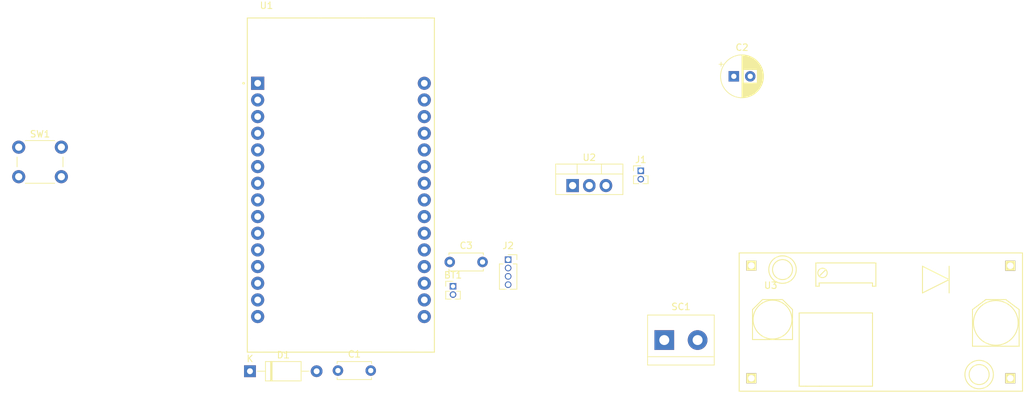
<source format=kicad_pcb>
(kicad_pcb (version 20171130) (host pcbnew "(5.1.10)-1")

  (general
    (thickness 1.6)
    (drawings 0)
    (tracks 0)
    (zones 0)
    (modules 12)
    (nets 34)
  )

  (page A4)
  (layers
    (0 F.Cu signal)
    (31 B.Cu signal)
    (32 B.Adhes user)
    (33 F.Adhes user)
    (34 B.Paste user)
    (35 F.Paste user)
    (36 B.SilkS user)
    (37 F.SilkS user)
    (38 B.Mask user)
    (39 F.Mask user)
    (40 Dwgs.User user)
    (41 Cmts.User user)
    (42 Eco1.User user)
    (43 Eco2.User user)
    (44 Edge.Cuts user)
    (45 Margin user)
    (46 B.CrtYd user)
    (47 F.CrtYd user)
    (48 B.Fab user)
    (49 F.Fab user)
  )

  (setup
    (last_trace_width 0.25)
    (trace_clearance 0.2)
    (zone_clearance 0.508)
    (zone_45_only no)
    (trace_min 0.2)
    (via_size 0.8)
    (via_drill 0.4)
    (via_min_size 0.4)
    (via_min_drill 0.3)
    (uvia_size 0.3)
    (uvia_drill 0.1)
    (uvias_allowed no)
    (uvia_min_size 0.2)
    (uvia_min_drill 0.1)
    (edge_width 0.05)
    (segment_width 0.2)
    (pcb_text_width 0.3)
    (pcb_text_size 1.5 1.5)
    (mod_edge_width 0.12)
    (mod_text_size 1 1)
    (mod_text_width 0.15)
    (pad_size 1.524 1.524)
    (pad_drill 0.762)
    (pad_to_mask_clearance 0)
    (aux_axis_origin 0 0)
    (visible_elements 7FFFFFFF)
    (pcbplotparams
      (layerselection 0x010fc_ffffffff)
      (usegerberextensions false)
      (usegerberattributes true)
      (usegerberadvancedattributes true)
      (creategerberjobfile true)
      (excludeedgelayer true)
      (linewidth 0.100000)
      (plotframeref false)
      (viasonmask false)
      (mode 1)
      (useauxorigin false)
      (hpglpennumber 1)
      (hpglpenspeed 20)
      (hpglpendiameter 15.000000)
      (psnegative false)
      (psa4output false)
      (plotreference true)
      (plotvalue true)
      (plotinvisibletext false)
      (padsonsilk false)
      (subtractmaskfromsilk false)
      (outputformat 1)
      (mirror false)
      (drillshape 1)
      (scaleselection 1)
      (outputdirectory ""))
  )

  (net 0 "")
  (net 1 GND)
  (net 2 +VDC)
  (net 3 +5V)
  (net 4 "Net-(D1-Pad2)")
  (net 5 "Net-(J1-Pad1)")
  (net 6 "Net-(J2-Pad3)")
  (net 7 "Net-(J2-Pad2)")
  (net 8 "Net-(SC1-Pad2)")
  (net 9 "Net-(SC1-Pad1)")
  (net 10 "Net-(SW1-Pad1)")
  (net 11 "Net-(U1-Pad16)")
  (net 12 "Net-(U1-Pad17)")
  (net 13 "Net-(U1-Pad18)")
  (net 14 "Net-(U1-Pad19)")
  (net 15 "Net-(U1-Pad20)")
  (net 16 "Net-(U1-Pad21)")
  (net 17 "Net-(U1-Pad22)")
  (net 18 "Net-(U1-Pad23)")
  (net 19 "Net-(U1-Pad24)")
  (net 20 "Net-(U1-Pad25)")
  (net 21 "Net-(U1-Pad26)")
  (net 22 "Net-(U1-Pad27)")
  (net 23 "Net-(U1-Pad28)")
  (net 24 "Net-(U1-Pad15)")
  (net 25 "Net-(U1-Pad14)")
  (net 26 "Net-(U1-Pad13)")
  (net 27 "Net-(U1-Pad12)")
  (net 28 "Net-(U1-Pad11)")
  (net 29 "Net-(U1-Pad8)")
  (net 30 "Net-(U1-Pad5)")
  (net 31 "Net-(U1-Pad4)")
  (net 32 "Net-(U1-Pad3)")
  (net 33 +3V3)

  (net_class Default "This is the default net class."
    (clearance 0.2)
    (trace_width 0.25)
    (via_dia 0.8)
    (via_drill 0.4)
    (uvia_dia 0.3)
    (uvia_drill 0.1)
    (add_net +3V3)
    (add_net +5V)
    (add_net +VDC)
    (add_net GND)
    (add_net "Net-(D1-Pad2)")
    (add_net "Net-(J1-Pad1)")
    (add_net "Net-(J2-Pad2)")
    (add_net "Net-(J2-Pad3)")
    (add_net "Net-(SC1-Pad1)")
    (add_net "Net-(SC1-Pad2)")
    (add_net "Net-(SW1-Pad1)")
    (add_net "Net-(U1-Pad11)")
    (add_net "Net-(U1-Pad12)")
    (add_net "Net-(U1-Pad13)")
    (add_net "Net-(U1-Pad14)")
    (add_net "Net-(U1-Pad15)")
    (add_net "Net-(U1-Pad16)")
    (add_net "Net-(U1-Pad17)")
    (add_net "Net-(U1-Pad18)")
    (add_net "Net-(U1-Pad19)")
    (add_net "Net-(U1-Pad20)")
    (add_net "Net-(U1-Pad21)")
    (add_net "Net-(U1-Pad22)")
    (add_net "Net-(U1-Pad23)")
    (add_net "Net-(U1-Pad24)")
    (add_net "Net-(U1-Pad25)")
    (add_net "Net-(U1-Pad26)")
    (add_net "Net-(U1-Pad27)")
    (add_net "Net-(U1-Pad28)")
    (add_net "Net-(U1-Pad3)")
    (add_net "Net-(U1-Pad4)")
    (add_net "Net-(U1-Pad5)")
    (add_net "Net-(U1-Pad8)")
  )

  (module Button_Switch_THT:SW_PUSH_6mm (layer F.Cu) (tedit 5A02FE31) (tstamp 637D7BBC)
    (at 78 100.4)
    (descr https://www.omron.com/ecb/products/pdf/en-b3f.pdf)
    (tags "tact sw push 6mm")
    (path /6374E81E)
    (fp_text reference SW1 (at 3.25 -2) (layer F.SilkS)
      (effects (font (size 1 1) (thickness 0.15)))
    )
    (fp_text value "Calibration mode" (at 3.75 6.7) (layer F.Fab)
      (effects (font (size 1 1) (thickness 0.15)))
    )
    (fp_circle (center 3.25 2.25) (end 1.25 2.5) (layer F.Fab) (width 0.1))
    (fp_line (start 6.75 3) (end 6.75 1.5) (layer F.SilkS) (width 0.12))
    (fp_line (start 5.5 -1) (end 1 -1) (layer F.SilkS) (width 0.12))
    (fp_line (start -0.25 1.5) (end -0.25 3) (layer F.SilkS) (width 0.12))
    (fp_line (start 1 5.5) (end 5.5 5.5) (layer F.SilkS) (width 0.12))
    (fp_line (start 8 -1.25) (end 8 5.75) (layer F.CrtYd) (width 0.05))
    (fp_line (start 7.75 6) (end -1.25 6) (layer F.CrtYd) (width 0.05))
    (fp_line (start -1.5 5.75) (end -1.5 -1.25) (layer F.CrtYd) (width 0.05))
    (fp_line (start -1.25 -1.5) (end 7.75 -1.5) (layer F.CrtYd) (width 0.05))
    (fp_line (start -1.5 6) (end -1.25 6) (layer F.CrtYd) (width 0.05))
    (fp_line (start -1.5 5.75) (end -1.5 6) (layer F.CrtYd) (width 0.05))
    (fp_line (start -1.5 -1.5) (end -1.25 -1.5) (layer F.CrtYd) (width 0.05))
    (fp_line (start -1.5 -1.25) (end -1.5 -1.5) (layer F.CrtYd) (width 0.05))
    (fp_line (start 8 -1.5) (end 8 -1.25) (layer F.CrtYd) (width 0.05))
    (fp_line (start 7.75 -1.5) (end 8 -1.5) (layer F.CrtYd) (width 0.05))
    (fp_line (start 8 6) (end 8 5.75) (layer F.CrtYd) (width 0.05))
    (fp_line (start 7.75 6) (end 8 6) (layer F.CrtYd) (width 0.05))
    (fp_line (start 0.25 -0.75) (end 3.25 -0.75) (layer F.Fab) (width 0.1))
    (fp_line (start 0.25 5.25) (end 0.25 -0.75) (layer F.Fab) (width 0.1))
    (fp_line (start 6.25 5.25) (end 0.25 5.25) (layer F.Fab) (width 0.1))
    (fp_line (start 6.25 -0.75) (end 6.25 5.25) (layer F.Fab) (width 0.1))
    (fp_line (start 3.25 -0.75) (end 6.25 -0.75) (layer F.Fab) (width 0.1))
    (fp_text user %R (at 3.25 2.25) (layer F.Fab)
      (effects (font (size 1 1) (thickness 0.15)))
    )
    (pad 1 thru_hole circle (at 6.5 0 90) (size 2 2) (drill 1.1) (layers *.Cu *.Mask)
      (net 10 "Net-(SW1-Pad1)"))
    (pad 2 thru_hole circle (at 6.5 4.5 90) (size 2 2) (drill 1.1) (layers *.Cu *.Mask)
      (net 1 GND))
    (pad 1 thru_hole circle (at 0 0 90) (size 2 2) (drill 1.1) (layers *.Cu *.Mask)
      (net 10 "Net-(SW1-Pad1)"))
    (pad 2 thru_hole circle (at 0 4.5 90) (size 2 2) (drill 1.1) (layers *.Cu *.Mask)
      (net 1 GND))
    (model ${KISYS3DMOD}/Button_Switch_THT.3dshapes/SW_PUSH_6mm.wrl
      (at (xyz 0 0 0))
      (scale (xyz 1 1 1))
      (rotate (xyz 0 0 0))
    )
  )

  (module XL6009:XL6009_module (layer F.Cu) (tedit 56419D18) (tstamp 637D5716)
    (at 231 137.6)
    (path /637D124A)
    (fp_text reference U3 (at -38.375 -16.125) (layer F.SilkS)
      (effects (font (size 1 1) (thickness 0.15)))
    )
    (fp_text value XL6009 (at -22.9 -7.075) (layer F.Fab)
      (effects (font (size 1 1) (thickness 0.15)))
    )
    (fp_circle (center -6.604 -2.54) (end -5.842 -0.508) (layer F.SilkS) (width 0.15))
    (fp_circle (center -6.604 -2.54) (end -6.604 -1.016) (layer F.SilkS) (width 0.15))
    (fp_circle (center -36.576 -18.542) (end -37.084 -20.574) (layer F.SilkS) (width 0.15))
    (fp_circle (center -36.576 -18.542) (end -36.576 -20.066) (layer F.SilkS) (width 0.15))
    (fp_line (start -11.176 -19.05) (end -11.176 -14.986) (layer F.SilkS) (width 0.15))
    (fp_line (start -15.24 -19.05) (end -15.24 -14.986) (layer F.SilkS) (width 0.15))
    (fp_line (start -15.24 -14.986) (end -11.176 -17.018) (layer F.SilkS) (width 0.15))
    (fp_line (start -11.176 -17.018) (end -15.24 -19.05) (layer F.SilkS) (width 0.15))
    (fp_line (start -30.988 -17.526) (end -29.972 -18.542) (layer F.SilkS) (width 0.15))
    (fp_circle (center -30.48 -18.034) (end -29.972 -18.542) (layer F.SilkS) (width 0.15))
    (fp_line (start -31.496 -19.558) (end -31.496 -16.002) (layer F.SilkS) (width 0.15))
    (fp_line (start -31.496 -16.002) (end -30.988 -16.002) (layer F.SilkS) (width 0.15))
    (fp_line (start -30.988 -16.002) (end -30.988 -16.51) (layer F.SilkS) (width 0.15))
    (fp_line (start -30.988 -16.51) (end -22.86 -16.51) (layer F.SilkS) (width 0.15))
    (fp_line (start -22.86 -16.51) (end -22.86 -16.002) (layer F.SilkS) (width 0.15))
    (fp_line (start -22.86 -16.002) (end -22.352 -16.002) (layer F.SilkS) (width 0.15))
    (fp_line (start -22.352 -16.002) (end -22.352 -19.558) (layer F.SilkS) (width 0.15))
    (fp_line (start -22.352 -19.558) (end -31.496 -19.558) (layer F.SilkS) (width 0.15))
    (fp_line (start -41.148 -7.874) (end -35.052 -7.874) (layer F.SilkS) (width 0.15))
    (fp_line (start -35.052 -7.874) (end -35.052 -12.446) (layer F.SilkS) (width 0.15))
    (fp_line (start -35.052 -12.446) (end -36.576 -13.97) (layer F.SilkS) (width 0.15))
    (fp_line (start -36.576 -13.97) (end -39.624 -13.97) (layer F.SilkS) (width 0.15))
    (fp_line (start -39.624 -13.97) (end -41.148 -12.446) (layer F.SilkS) (width 0.15))
    (fp_line (start -41.148 -12.446) (end -41.148 -7.874) (layer F.SilkS) (width 0.15))
    (fp_line (start -0.508 -12.446) (end -0.508 -6.858) (layer F.SilkS) (width 0.15))
    (fp_line (start -0.508 -6.858) (end -7.62 -6.858) (layer F.SilkS) (width 0.15))
    (fp_line (start -7.62 -6.858) (end -7.62 -12.446) (layer F.SilkS) (width 0.15))
    (fp_line (start -7.62 -12.446) (end -5.588 -13.97) (layer F.SilkS) (width 0.15))
    (fp_line (start -5.588 -13.97) (end -2.54 -13.97) (layer F.SilkS) (width 0.15))
    (fp_line (start -2.54 -13.97) (end -0.508 -12.446) (layer F.SilkS) (width 0.15))
    (fp_line (start -30.988 -0.762) (end -33.02 -0.762) (layer F.SilkS) (width 0.15))
    (fp_line (start -33.02 -0.762) (end -34.036 -0.762) (layer F.SilkS) (width 0.15))
    (fp_line (start -34.036 -0.762) (end -34.036 -11.938) (layer F.SilkS) (width 0.15))
    (fp_line (start -34.036 -11.938) (end -22.86 -11.938) (layer F.SilkS) (width 0.15))
    (fp_line (start -22.86 -11.938) (end -22.86 -10.414) (layer F.SilkS) (width 0.15))
    (fp_line (start -22.86 -10.922) (end -22.86 -0.762) (layer F.SilkS) (width 0.15))
    (fp_line (start -22.86 -0.762) (end -30.988 -0.762) (layer F.SilkS) (width 0.15))
    (fp_circle (center -38.1 -10.922) (end -35.56 -12.446) (layer F.SilkS) (width 0.15))
    (fp_circle (center -4.064 -10.414) (end -1.016 -11.938) (layer F.SilkS) (width 0.15))
    (fp_line (start 0 0) (end -43.18 0) (layer F.SilkS) (width 0.15))
    (fp_line (start -43.18 0) (end -43.18 -21.082) (layer F.SilkS) (width 0.15))
    (fp_line (start 0 0) (end 0 -21.082) (layer F.SilkS) (width 0.15))
    (fp_line (start -43.18 -21.082) (end 0 -21.082) (layer F.SilkS) (width 0.15))
    (pad 4 thru_hole rect (at -1.8542 -19.1262) (size 1.524 1.524) (drill 1) (layers *.Cu *.Mask F.SilkS)
      (net 4 "Net-(D1-Pad2)"))
    (pad 3 thru_hole rect (at -1.8542 -1.9812) (size 1.524 1.524) (drill 1) (layers *.Cu *.Mask F.SilkS)
      (net 1 GND))
    (pad 2 thru_hole rect (at -41.3258 -1.9812) (size 1.524 1.524) (drill 1) (layers *.Cu *.Mask F.SilkS)
      (net 8 "Net-(SC1-Pad2)"))
    (pad 1 thru_hole rect (at -41.3258 -19.1516) (size 1.524 1.524) (drill 1) (layers *.Cu *.Mask F.SilkS)
      (net 9 "Net-(SC1-Pad1)"))
  )

  (module Package_TO_SOT_THT:TO-220-3_Vertical (layer F.Cu) (tedit 5AC8BA0D) (tstamp 637D56E3)
    (at 162.43 106.25)
    (descr "TO-220-3, Vertical, RM 2.54mm, see https://www.vishay.com/docs/66542/to-220-1.pdf")
    (tags "TO-220-3 Vertical RM 2.54mm")
    (path /637BAE9D)
    (fp_text reference U2 (at 2.54 -4.27) (layer F.SilkS)
      (effects (font (size 1 1) (thickness 0.15)))
    )
    (fp_text value LM7805_TO220 (at 2.54 2.5) (layer F.Fab)
      (effects (font (size 1 1) (thickness 0.15)))
    )
    (fp_line (start -2.46 -3.15) (end -2.46 1.25) (layer F.Fab) (width 0.1))
    (fp_line (start -2.46 1.25) (end 7.54 1.25) (layer F.Fab) (width 0.1))
    (fp_line (start 7.54 1.25) (end 7.54 -3.15) (layer F.Fab) (width 0.1))
    (fp_line (start 7.54 -3.15) (end -2.46 -3.15) (layer F.Fab) (width 0.1))
    (fp_line (start -2.46 -1.88) (end 7.54 -1.88) (layer F.Fab) (width 0.1))
    (fp_line (start 0.69 -3.15) (end 0.69 -1.88) (layer F.Fab) (width 0.1))
    (fp_line (start 4.39 -3.15) (end 4.39 -1.88) (layer F.Fab) (width 0.1))
    (fp_line (start -2.58 -3.27) (end 7.66 -3.27) (layer F.SilkS) (width 0.12))
    (fp_line (start -2.58 1.371) (end 7.66 1.371) (layer F.SilkS) (width 0.12))
    (fp_line (start -2.58 -3.27) (end -2.58 1.371) (layer F.SilkS) (width 0.12))
    (fp_line (start 7.66 -3.27) (end 7.66 1.371) (layer F.SilkS) (width 0.12))
    (fp_line (start -2.58 -1.76) (end 7.66 -1.76) (layer F.SilkS) (width 0.12))
    (fp_line (start 0.69 -3.27) (end 0.69 -1.76) (layer F.SilkS) (width 0.12))
    (fp_line (start 4.391 -3.27) (end 4.391 -1.76) (layer F.SilkS) (width 0.12))
    (fp_line (start -2.71 -3.4) (end -2.71 1.51) (layer F.CrtYd) (width 0.05))
    (fp_line (start -2.71 1.51) (end 7.79 1.51) (layer F.CrtYd) (width 0.05))
    (fp_line (start 7.79 1.51) (end 7.79 -3.4) (layer F.CrtYd) (width 0.05))
    (fp_line (start 7.79 -3.4) (end -2.71 -3.4) (layer F.CrtYd) (width 0.05))
    (fp_text user %R (at 2.54 -4.27) (layer F.Fab)
      (effects (font (size 1 1) (thickness 0.15)))
    )
    (pad 3 thru_hole oval (at 5.08 0) (size 1.905 2) (drill 1.1) (layers *.Cu *.Mask)
      (net 3 +5V))
    (pad 2 thru_hole oval (at 2.54 0) (size 1.905 2) (drill 1.1) (layers *.Cu *.Mask)
      (net 1 GND))
    (pad 1 thru_hole rect (at 0 0) (size 1.905 2) (drill 1.1) (layers *.Cu *.Mask)
      (net 2 +VDC))
    (model ${KISYS3DMOD}/Package_TO_SOT_THT.3dshapes/TO-220-3_Vertical.wrl
      (at (xyz 0 0 0))
      (scale (xyz 1 1 1))
      (rotate (xyz 0 0 0))
    )
  )

  (module MODULE_ESP32_DEVKIT_V1:MODULE_ESP32_DEVKIT_V1 (layer F.Cu) (tedit 62A4B656) (tstamp 637D56C9)
    (at 127.125 106.175)
    (path /63748FCE)
    (fp_text reference U1 (at -11.355 -27.36) (layer F.SilkS)
      (effects (font (size 1 1) (thickness 0.15)))
    )
    (fp_text value ESP32-DEVKIT-V1 (at -0.56 27.36) (layer F.Fab)
      (effects (font (size 1 1) (thickness 0.15)))
    )
    (fp_line (start -14.28 -25.475) (end -3.211 -25.475) (layer F.Fab) (width 0.127))
    (fp_line (start -3.211 -25.475) (end 3.5 -25.475) (layer F.Fab) (width 0.127))
    (fp_line (start 3.5 -25.475) (end 14.23 -25.475) (layer F.Fab) (width 0.127))
    (fp_line (start 14.23 -25.475) (end 14.23 25.475) (layer F.SilkS) (width 0.127))
    (fp_line (start 14.23 25.475) (end -14.28 25.475) (layer F.SilkS) (width 0.127))
    (fp_line (start -14.28 25.475) (end -14.28 -25.475) (layer F.Fab) (width 0.127))
    (fp_line (start -14.28 -25.475) (end 14.23 -25.475) (layer F.SilkS) (width 0.127))
    (fp_line (start -14.28 25.475) (end -14.28 -25.475) (layer F.SilkS) (width 0.127))
    (fp_circle (center -14.85 -15.515) (end -14.75 -15.515) (layer F.SilkS) (width 0.2))
    (fp_circle (center -14.85 -15.515) (end -14.75 -15.515) (layer F.Fab) (width 0.2))
    (fp_line (start 14.23 -25.475) (end 14.23 25.475) (layer F.Fab) (width 0.127))
    (fp_line (start -14.28 25.475) (end -8.91 25.475) (layer F.Fab) (width 0.127))
    (fp_line (start -8.91 25.475) (end 8.78 25.475) (layer F.Fab) (width 0.127))
    (fp_line (start 8.78 25.475) (end 14.23 25.475) (layer F.Fab) (width 0.127))
    (fp_line (start -8.91 25.475) (end -8.91 18.985) (layer F.Fab) (width 0.127))
    (fp_line (start -8.91 18.985) (end -8.91 6.355) (layer F.Fab) (width 0.127))
    (fp_line (start -8.91 6.355) (end 8.78 6.355) (layer F.Fab) (width 0.127))
    (fp_line (start 8.78 6.355) (end 8.78 18.985) (layer F.Fab) (width 0.127))
    (fp_line (start 8.78 18.985) (end 8.78 25.475) (layer F.Fab) (width 0.127))
    (fp_line (start -8.91 18.985) (end 8.78 18.985) (layer F.Fab) (width 0.127))
    (fp_line (start 3.5 -25.475) (end 3.5 -21.585) (layer F.Fab) (width 0.127))
    (fp_line (start 3.5 -21.585) (end -3.211 -21.585) (layer F.Fab) (width 0.127))
    (fp_line (start -3.211 -21.585) (end -3.211 -25.475) (layer F.Fab) (width 0.127))
    (fp_poly (pts (xy -8.91 18.985) (xy 8.78 18.985) (xy 8.78 25.475) (xy -8.91 25.475)) (layer Dwgs.User) (width 0.01))
    (fp_poly (pts (xy -8.91 18.985) (xy 8.78 18.985) (xy 8.78 25.475) (xy -8.91 25.475)) (layer Dwgs.User) (width 0.01))
    (fp_poly (pts (xy -8.91 18.985) (xy 8.78 18.985) (xy 8.78 25.475) (xy -8.91 25.475)) (layer Dwgs.User) (width 0.01))
    (fp_line (start -14.28 -25.475) (end -3.211 -25.475) (layer F.SilkS) (width 0.127))
    (fp_line (start -3.211 -25.475) (end 3.5 -25.475) (layer F.SilkS) (width 0.127))
    (fp_line (start 3.5 -25.475) (end 14.23 -25.475) (layer F.SilkS) (width 0.127))
    (fp_line (start -14.28 25.475) (end -14.28 -25.475) (layer F.SilkS) (width 0.127))
    (fp_line (start 14.23 -25.475) (end 14.23 25.475) (layer F.SilkS) (width 0.127))
    (fp_line (start -14.28 25.475) (end -8.91 25.475) (layer F.SilkS) (width 0.127))
    (fp_line (start -8.91 25.475) (end 8.78 25.475) (layer F.SilkS) (width 0.127))
    (fp_line (start 8.78 25.475) (end 14.23 25.475) (layer F.SilkS) (width 0.127))
    (fp_line (start -14.53 -25.725) (end -14.53 25.725) (layer F.CrtYd) (width 0.05))
    (fp_line (start -14.53 25.725) (end 14.48 25.725) (layer F.CrtYd) (width 0.05))
    (fp_line (start 14.48 25.725) (end 14.48 -25.725) (layer F.CrtYd) (width 0.05))
    (fp_line (start 14.48 -25.725) (end -14.53 -25.725) (layer F.CrtYd) (width 0.05))
    (pad None np_thru_hole circle (at -12.28 -23.475) (size 3 3) (drill 3) (layers *.Cu *.Mask))
    (pad None np_thru_hole circle (at 12.23 -23.475) (size 3 3) (drill 3) (layers *.Cu *.Mask))
    (pad None np_thru_hole circle (at 12.23 23.475) (size 3 3) (drill 3) (layers *.Cu *.Mask))
    (pad None np_thru_hole circle (at -12.28 23.475) (size 3 3) (drill 3) (layers *.Cu *.Mask))
    (pad 16 thru_hole circle (at 12.7 20.045) (size 2 2) (drill 1.02) (layers *.Cu *.Mask)
      (net 11 "Net-(U1-Pad16)"))
    (pad 17 thru_hole circle (at 12.7 17.505) (size 2 2) (drill 1.02) (layers *.Cu *.Mask)
      (net 12 "Net-(U1-Pad17)"))
    (pad 18 thru_hole circle (at 12.7 14.965) (size 2 2) (drill 1.02) (layers *.Cu *.Mask)
      (net 13 "Net-(U1-Pad18)"))
    (pad 19 thru_hole circle (at 12.7 12.425) (size 2 2) (drill 1.02) (layers *.Cu *.Mask)
      (net 14 "Net-(U1-Pad19)"))
    (pad 20 thru_hole circle (at 12.7 9.885) (size 2 2) (drill 1.02) (layers *.Cu *.Mask)
      (net 15 "Net-(U1-Pad20)"))
    (pad 21 thru_hole circle (at 12.7 7.345) (size 2 2) (drill 1.02) (layers *.Cu *.Mask)
      (net 16 "Net-(U1-Pad21)"))
    (pad 22 thru_hole circle (at 12.7 4.805) (size 2 2) (drill 1.02) (layers *.Cu *.Mask)
      (net 17 "Net-(U1-Pad22)"))
    (pad 23 thru_hole circle (at 12.7 2.265) (size 2 2) (drill 1.02) (layers *.Cu *.Mask)
      (net 18 "Net-(U1-Pad23)"))
    (pad 24 thru_hole circle (at 12.7 -0.275) (size 2 2) (drill 1.02) (layers *.Cu *.Mask)
      (net 19 "Net-(U1-Pad24)"))
    (pad 25 thru_hole circle (at 12.7 -2.815) (size 2 2) (drill 1.02) (layers *.Cu *.Mask)
      (net 20 "Net-(U1-Pad25)"))
    (pad 26 thru_hole circle (at 12.7 -5.355) (size 2 2) (drill 1.02) (layers *.Cu *.Mask)
      (net 21 "Net-(U1-Pad26)"))
    (pad 27 thru_hole circle (at 12.7 -7.895) (size 2 2) (drill 1.02) (layers *.Cu *.Mask)
      (net 22 "Net-(U1-Pad27)"))
    (pad 28 thru_hole circle (at 12.7 -10.435) (size 2 2) (drill 1.02) (layers *.Cu *.Mask)
      (net 23 "Net-(U1-Pad28)"))
    (pad 29 thru_hole circle (at 12.7 -12.975) (size 2 2) (drill 1.02) (layers *.Cu *.Mask)
      (net 1 GND))
    (pad 30 thru_hole circle (at 12.7 -15.515) (size 2 2) (drill 1.02) (layers *.Cu *.Mask)
      (net 3 +5V))
    (pad 15 thru_hole circle (at -12.7 20.045) (size 2 2) (drill 1.02) (layers *.Cu *.Mask)
      (net 24 "Net-(U1-Pad15)"))
    (pad 14 thru_hole circle (at -12.7 17.505) (size 2 2) (drill 1.02) (layers *.Cu *.Mask)
      (net 25 "Net-(U1-Pad14)"))
    (pad 13 thru_hole circle (at -12.7 14.965) (size 2 2) (drill 1.02) (layers *.Cu *.Mask)
      (net 26 "Net-(U1-Pad13)"))
    (pad 12 thru_hole circle (at -12.7 12.425) (size 2 2) (drill 1.02) (layers *.Cu *.Mask)
      (net 27 "Net-(U1-Pad12)"))
    (pad 11 thru_hole circle (at -12.7 9.885) (size 2 2) (drill 1.02) (layers *.Cu *.Mask)
      (net 28 "Net-(U1-Pad11)"))
    (pad 10 thru_hole circle (at -12.7 7.345) (size 2 2) (drill 1.02) (layers *.Cu *.Mask)
      (net 10 "Net-(SW1-Pad1)"))
    (pad 9 thru_hole circle (at -12.7 4.805) (size 2 2) (drill 1.02) (layers *.Cu *.Mask)
      (net 5 "Net-(J1-Pad1)"))
    (pad 8 thru_hole circle (at -12.7 2.265) (size 2 2) (drill 1.02) (layers *.Cu *.Mask)
      (net 29 "Net-(U1-Pad8)"))
    (pad 7 thru_hole circle (at -12.7 -0.275) (size 2 2) (drill 1.02) (layers *.Cu *.Mask)
      (net 6 "Net-(J2-Pad3)"))
    (pad 6 thru_hole circle (at -12.7 -2.815) (size 2 2) (drill 1.02) (layers *.Cu *.Mask)
      (net 7 "Net-(J2-Pad2)"))
    (pad 5 thru_hole circle (at -12.7 -5.355) (size 2 2) (drill 1.02) (layers *.Cu *.Mask)
      (net 30 "Net-(U1-Pad5)"))
    (pad 4 thru_hole circle (at -12.7 -7.895) (size 2 2) (drill 1.02) (layers *.Cu *.Mask)
      (net 31 "Net-(U1-Pad4)"))
    (pad 3 thru_hole circle (at -12.7 -10.435) (size 2 2) (drill 1.02) (layers *.Cu *.Mask)
      (net 32 "Net-(U1-Pad3)"))
    (pad 2 thru_hole circle (at -12.7 -12.975) (size 2 2) (drill 1.02) (layers *.Cu *.Mask)
      (net 1 GND))
    (pad 1 thru_hole rect (at -12.7 -15.515) (size 2 2) (drill 1.02) (layers *.Cu *.Mask)
      (net 33 +3V3))
  )

  (module TerminalBlock:TerminalBlock_bornier-2_P5.08mm (layer F.Cu) (tedit 59FF03AB) (tstamp 637D5663)
    (at 176.4 129.8)
    (descr "simple 2-pin terminal block, pitch 5.08mm, revamped version of bornier2")
    (tags "terminal block bornier2")
    (path /637D338D)
    (fp_text reference SC1 (at 2.54 -5.08) (layer F.SilkS)
      (effects (font (size 1 1) (thickness 0.15)))
    )
    (fp_text value Solar_Cells (at 2.54 5.08) (layer F.Fab)
      (effects (font (size 1 1) (thickness 0.15)))
    )
    (fp_line (start -2.41 2.55) (end 7.49 2.55) (layer F.Fab) (width 0.1))
    (fp_line (start -2.46 -3.75) (end -2.46 3.75) (layer F.Fab) (width 0.1))
    (fp_line (start -2.46 3.75) (end 7.54 3.75) (layer F.Fab) (width 0.1))
    (fp_line (start 7.54 3.75) (end 7.54 -3.75) (layer F.Fab) (width 0.1))
    (fp_line (start 7.54 -3.75) (end -2.46 -3.75) (layer F.Fab) (width 0.1))
    (fp_line (start 7.62 2.54) (end -2.54 2.54) (layer F.SilkS) (width 0.12))
    (fp_line (start 7.62 3.81) (end 7.62 -3.81) (layer F.SilkS) (width 0.12))
    (fp_line (start 7.62 -3.81) (end -2.54 -3.81) (layer F.SilkS) (width 0.12))
    (fp_line (start -2.54 -3.81) (end -2.54 3.81) (layer F.SilkS) (width 0.12))
    (fp_line (start -2.54 3.81) (end 7.62 3.81) (layer F.SilkS) (width 0.12))
    (fp_line (start -2.71 -4) (end 7.79 -4) (layer F.CrtYd) (width 0.05))
    (fp_line (start -2.71 -4) (end -2.71 4) (layer F.CrtYd) (width 0.05))
    (fp_line (start 7.79 4) (end 7.79 -4) (layer F.CrtYd) (width 0.05))
    (fp_line (start 7.79 4) (end -2.71 4) (layer F.CrtYd) (width 0.05))
    (fp_text user %R (at 2.54 0) (layer F.Fab)
      (effects (font (size 1 1) (thickness 0.15)))
    )
    (pad 2 thru_hole circle (at 5.08 0) (size 3 3) (drill 1.52) (layers *.Cu *.Mask)
      (net 8 "Net-(SC1-Pad2)"))
    (pad 1 thru_hole rect (at 0 0) (size 3 3) (drill 1.52) (layers *.Cu *.Mask)
      (net 9 "Net-(SC1-Pad1)"))
    (model ${KISYS3DMOD}/TerminalBlock.3dshapes/TerminalBlock_bornier-2_P5.08mm.wrl
      (offset (xyz 2.539999961853027 0 0))
      (scale (xyz 1 1 1))
      (rotate (xyz 0 0 0))
    )
  )

  (module Connector_PinSocket_1.27mm:PinSocket_1x04_P1.27mm_Vertical (layer F.Cu) (tedit 5A19A420) (tstamp 637D564E)
    (at 152.6 117.55)
    (descr "Through hole straight socket strip, 1x04, 1.27mm pitch, single row (from Kicad 4.0.7), script generated")
    (tags "Through hole socket strip THT 1x04 1.27mm single row")
    (path /6374B7FE)
    (fp_text reference J2 (at 0 -2.135) (layer F.SilkS)
      (effects (font (size 1 1) (thickness 0.15)))
    )
    (fp_text value "Ultrasonic sensor" (at 0 5.945) (layer F.Fab)
      (effects (font (size 1 1) (thickness 0.15)))
    )
    (fp_line (start -1.27 -0.635) (end 0.635 -0.635) (layer F.Fab) (width 0.1))
    (fp_line (start 0.635 -0.635) (end 1.27 0) (layer F.Fab) (width 0.1))
    (fp_line (start 1.27 0) (end 1.27 4.445) (layer F.Fab) (width 0.1))
    (fp_line (start 1.27 4.445) (end -1.27 4.445) (layer F.Fab) (width 0.1))
    (fp_line (start -1.27 4.445) (end -1.27 -0.635) (layer F.Fab) (width 0.1))
    (fp_line (start -1.33 0.635) (end -0.76 0.635) (layer F.SilkS) (width 0.12))
    (fp_line (start 0.76 0.635) (end 1.33 0.635) (layer F.SilkS) (width 0.12))
    (fp_line (start -1.33 0.635) (end -1.33 4.505) (layer F.SilkS) (width 0.12))
    (fp_line (start -1.33 4.505) (end -0.30753 4.505) (layer F.SilkS) (width 0.12))
    (fp_line (start 0.30753 4.505) (end 1.33 4.505) (layer F.SilkS) (width 0.12))
    (fp_line (start 1.33 0.635) (end 1.33 4.505) (layer F.SilkS) (width 0.12))
    (fp_line (start 1.33 -0.76) (end 1.33 0) (layer F.SilkS) (width 0.12))
    (fp_line (start 0 -0.76) (end 1.33 -0.76) (layer F.SilkS) (width 0.12))
    (fp_line (start -1.8 -1.15) (end 1.75 -1.15) (layer F.CrtYd) (width 0.05))
    (fp_line (start 1.75 -1.15) (end 1.75 4.95) (layer F.CrtYd) (width 0.05))
    (fp_line (start 1.75 4.95) (end -1.8 4.95) (layer F.CrtYd) (width 0.05))
    (fp_line (start -1.8 4.95) (end -1.8 -1.15) (layer F.CrtYd) (width 0.05))
    (fp_text user %R (at 0 1.905 90) (layer F.Fab)
      (effects (font (size 1 1) (thickness 0.15)))
    )
    (pad 4 thru_hole oval (at 0 3.81) (size 1 1) (drill 0.7) (layers *.Cu *.Mask)
      (net 1 GND))
    (pad 3 thru_hole oval (at 0 2.54) (size 1 1) (drill 0.7) (layers *.Cu *.Mask)
      (net 6 "Net-(J2-Pad3)"))
    (pad 2 thru_hole oval (at 0 1.27) (size 1 1) (drill 0.7) (layers *.Cu *.Mask)
      (net 7 "Net-(J2-Pad2)"))
    (pad 1 thru_hole rect (at 0 0) (size 1 1) (drill 0.7) (layers *.Cu *.Mask)
      (net 3 +5V))
    (model ${KISYS3DMOD}/Connector_PinSocket_1.27mm.3dshapes/PinSocket_1x04_P1.27mm_Vertical.wrl
      (at (xyz 0 0 0))
      (scale (xyz 1 1 1))
      (rotate (xyz 0 0 0))
    )
  )

  (module Connector_PinHeader_1.27mm:PinHeader_1x02_P1.27mm_Vertical (layer F.Cu) (tedit 59FED6E3) (tstamp 637D5634)
    (at 172.82 104)
    (descr "Through hole straight pin header, 1x02, 1.27mm pitch, single row")
    (tags "Through hole pin header THT 1x02 1.27mm single row")
    (path /63794CE5)
    (fp_text reference J1 (at 0 -1.695) (layer F.SilkS)
      (effects (font (size 1 1) (thickness 0.15)))
    )
    (fp_text value "Overflow detect" (at 0 2.965) (layer F.Fab)
      (effects (font (size 1 1) (thickness 0.15)))
    )
    (fp_line (start -0.525 -0.635) (end 1.05 -0.635) (layer F.Fab) (width 0.1))
    (fp_line (start 1.05 -0.635) (end 1.05 1.905) (layer F.Fab) (width 0.1))
    (fp_line (start 1.05 1.905) (end -1.05 1.905) (layer F.Fab) (width 0.1))
    (fp_line (start -1.05 1.905) (end -1.05 -0.11) (layer F.Fab) (width 0.1))
    (fp_line (start -1.05 -0.11) (end -0.525 -0.635) (layer F.Fab) (width 0.1))
    (fp_line (start -1.11 1.965) (end -0.30753 1.965) (layer F.SilkS) (width 0.12))
    (fp_line (start 0.30753 1.965) (end 1.11 1.965) (layer F.SilkS) (width 0.12))
    (fp_line (start -1.11 0.76) (end -1.11 1.965) (layer F.SilkS) (width 0.12))
    (fp_line (start 1.11 0.76) (end 1.11 1.965) (layer F.SilkS) (width 0.12))
    (fp_line (start -1.11 0.76) (end -0.563471 0.76) (layer F.SilkS) (width 0.12))
    (fp_line (start 0.563471 0.76) (end 1.11 0.76) (layer F.SilkS) (width 0.12))
    (fp_line (start -1.11 0) (end -1.11 -0.76) (layer F.SilkS) (width 0.12))
    (fp_line (start -1.11 -0.76) (end 0 -0.76) (layer F.SilkS) (width 0.12))
    (fp_line (start -1.55 -1.15) (end -1.55 2.45) (layer F.CrtYd) (width 0.05))
    (fp_line (start -1.55 2.45) (end 1.55 2.45) (layer F.CrtYd) (width 0.05))
    (fp_line (start 1.55 2.45) (end 1.55 -1.15) (layer F.CrtYd) (width 0.05))
    (fp_line (start 1.55 -1.15) (end -1.55 -1.15) (layer F.CrtYd) (width 0.05))
    (fp_text user %R (at 0 0.635 90) (layer F.Fab)
      (effects (font (size 1 1) (thickness 0.15)))
    )
    (pad 2 thru_hole oval (at 0 1.27) (size 1 1) (drill 0.65) (layers *.Cu *.Mask)
      (net 1 GND))
    (pad 1 thru_hole rect (at 0 0) (size 1 1) (drill 0.65) (layers *.Cu *.Mask)
      (net 5 "Net-(J1-Pad1)"))
    (model ${KISYS3DMOD}/Connector_PinHeader_1.27mm.3dshapes/PinHeader_1x02_P1.27mm_Vertical.wrl
      (at (xyz 0 0 0))
      (scale (xyz 1 1 1))
      (rotate (xyz 0 0 0))
    )
  )

  (module Diode_THT:D_A-405_P10.16mm_Horizontal (layer F.Cu) (tedit 5AE50CD5) (tstamp 637D561C)
    (at 113.25 134.55)
    (descr "Diode, A-405 series, Axial, Horizontal, pin pitch=10.16mm, , length*diameter=5.2*2.7mm^2, , http://www.diodes.com/_files/packages/A-405.pdf")
    (tags "Diode A-405 series Axial Horizontal pin pitch 10.16mm  length 5.2mm diameter 2.7mm")
    (path /637E1E33)
    (fp_text reference D1 (at 5.08 -2.47) (layer F.SilkS)
      (effects (font (size 1 1) (thickness 0.15)))
    )
    (fp_text value D_Schottky (at 5.08 2.47) (layer F.Fab)
      (effects (font (size 1 1) (thickness 0.15)))
    )
    (fp_line (start 2.48 -1.35) (end 2.48 1.35) (layer F.Fab) (width 0.1))
    (fp_line (start 2.48 1.35) (end 7.68 1.35) (layer F.Fab) (width 0.1))
    (fp_line (start 7.68 1.35) (end 7.68 -1.35) (layer F.Fab) (width 0.1))
    (fp_line (start 7.68 -1.35) (end 2.48 -1.35) (layer F.Fab) (width 0.1))
    (fp_line (start 0 0) (end 2.48 0) (layer F.Fab) (width 0.1))
    (fp_line (start 10.16 0) (end 7.68 0) (layer F.Fab) (width 0.1))
    (fp_line (start 3.26 -1.35) (end 3.26 1.35) (layer F.Fab) (width 0.1))
    (fp_line (start 3.36 -1.35) (end 3.36 1.35) (layer F.Fab) (width 0.1))
    (fp_line (start 3.16 -1.35) (end 3.16 1.35) (layer F.Fab) (width 0.1))
    (fp_line (start 2.36 -1.47) (end 2.36 1.47) (layer F.SilkS) (width 0.12))
    (fp_line (start 2.36 1.47) (end 7.8 1.47) (layer F.SilkS) (width 0.12))
    (fp_line (start 7.8 1.47) (end 7.8 -1.47) (layer F.SilkS) (width 0.12))
    (fp_line (start 7.8 -1.47) (end 2.36 -1.47) (layer F.SilkS) (width 0.12))
    (fp_line (start 1.14 0) (end 2.36 0) (layer F.SilkS) (width 0.12))
    (fp_line (start 9.02 0) (end 7.8 0) (layer F.SilkS) (width 0.12))
    (fp_line (start 3.26 -1.47) (end 3.26 1.47) (layer F.SilkS) (width 0.12))
    (fp_line (start 3.38 -1.47) (end 3.38 1.47) (layer F.SilkS) (width 0.12))
    (fp_line (start 3.14 -1.47) (end 3.14 1.47) (layer F.SilkS) (width 0.12))
    (fp_line (start -1.15 -1.6) (end -1.15 1.6) (layer F.CrtYd) (width 0.05))
    (fp_line (start -1.15 1.6) (end 11.31 1.6) (layer F.CrtYd) (width 0.05))
    (fp_line (start 11.31 1.6) (end 11.31 -1.6) (layer F.CrtYd) (width 0.05))
    (fp_line (start 11.31 -1.6) (end -1.15 -1.6) (layer F.CrtYd) (width 0.05))
    (fp_text user K (at 0 -1.9) (layer F.SilkS)
      (effects (font (size 1 1) (thickness 0.15)))
    )
    (fp_text user K (at 0 -1.9) (layer F.Fab)
      (effects (font (size 1 1) (thickness 0.15)))
    )
    (fp_text user %R (at 5.47 0) (layer F.Fab)
      (effects (font (size 1 1) (thickness 0.15)))
    )
    (pad 2 thru_hole oval (at 10.16 0) (size 1.8 1.8) (drill 0.9) (layers *.Cu *.Mask)
      (net 4 "Net-(D1-Pad2)"))
    (pad 1 thru_hole rect (at 0 0) (size 1.8 1.8) (drill 0.9) (layers *.Cu *.Mask)
      (net 2 +VDC))
    (model ${KISYS3DMOD}/Diode_THT.3dshapes/D_A-405_P10.16mm_Horizontal.wrl
      (at (xyz 0 0 0))
      (scale (xyz 1 1 1))
      (rotate (xyz 0 0 0))
    )
  )

  (module Capacitor_THT:C_Disc_D5.0mm_W2.5mm_P5.00mm (layer F.Cu) (tedit 5AE50EF0) (tstamp 637D55FD)
    (at 143.7 117.9)
    (descr "C, Disc series, Radial, pin pitch=5.00mm, , diameter*width=5*2.5mm^2, Capacitor, http://cdn-reichelt.de/documents/datenblatt/B300/DS_KERKO_TC.pdf")
    (tags "C Disc series Radial pin pitch 5.00mm  diameter 5mm width 2.5mm Capacitor")
    (path /637C3314)
    (fp_text reference C3 (at 2.5 -2.5) (layer F.SilkS)
      (effects (font (size 1 1) (thickness 0.15)))
    )
    (fp_text value 100nF (at 2.5 2.5) (layer F.Fab)
      (effects (font (size 1 1) (thickness 0.15)))
    )
    (fp_line (start 0 -1.25) (end 0 1.25) (layer F.Fab) (width 0.1))
    (fp_line (start 0 1.25) (end 5 1.25) (layer F.Fab) (width 0.1))
    (fp_line (start 5 1.25) (end 5 -1.25) (layer F.Fab) (width 0.1))
    (fp_line (start 5 -1.25) (end 0 -1.25) (layer F.Fab) (width 0.1))
    (fp_line (start -0.12 -1.37) (end 5.12 -1.37) (layer F.SilkS) (width 0.12))
    (fp_line (start -0.12 1.37) (end 5.12 1.37) (layer F.SilkS) (width 0.12))
    (fp_line (start -0.12 -1.37) (end -0.12 -1.055) (layer F.SilkS) (width 0.12))
    (fp_line (start -0.12 1.055) (end -0.12 1.37) (layer F.SilkS) (width 0.12))
    (fp_line (start 5.12 -1.37) (end 5.12 -1.055) (layer F.SilkS) (width 0.12))
    (fp_line (start 5.12 1.055) (end 5.12 1.37) (layer F.SilkS) (width 0.12))
    (fp_line (start -1.05 -1.5) (end -1.05 1.5) (layer F.CrtYd) (width 0.05))
    (fp_line (start -1.05 1.5) (end 6.05 1.5) (layer F.CrtYd) (width 0.05))
    (fp_line (start 6.05 1.5) (end 6.05 -1.5) (layer F.CrtYd) (width 0.05))
    (fp_line (start 6.05 -1.5) (end -1.05 -1.5) (layer F.CrtYd) (width 0.05))
    (fp_text user %R (at 2.5 0) (layer F.Fab)
      (effects (font (size 1 1) (thickness 0.15)))
    )
    (pad 2 thru_hole circle (at 5 0) (size 1.6 1.6) (drill 0.8) (layers *.Cu *.Mask)
      (net 1 GND))
    (pad 1 thru_hole circle (at 0 0) (size 1.6 1.6) (drill 0.8) (layers *.Cu *.Mask)
      (net 2 +VDC))
    (model ${KISYS3DMOD}/Capacitor_THT.3dshapes/C_Disc_D5.0mm_W2.5mm_P5.00mm.wrl
      (at (xyz 0 0 0))
      (scale (xyz 1 1 1))
      (rotate (xyz 0 0 0))
    )
  )

  (module Capacitor_THT:CP_Radial_D6.3mm_P2.50mm (layer F.Cu) (tedit 5AE50EF0) (tstamp 637D55E8)
    (at 187 89.6)
    (descr "CP, Radial series, Radial, pin pitch=2.50mm, , diameter=6.3mm, Electrolytic Capacitor")
    (tags "CP Radial series Radial pin pitch 2.50mm  diameter 6.3mm Electrolytic Capacitor")
    (path /637E89B9)
    (fp_text reference C2 (at 1.25 -4.4) (layer F.SilkS)
      (effects (font (size 1 1) (thickness 0.15)))
    )
    (fp_text value 100uF (at 1.25 4.4) (layer F.Fab)
      (effects (font (size 1 1) (thickness 0.15)))
    )
    (fp_circle (center 1.25 0) (end 4.4 0) (layer F.Fab) (width 0.1))
    (fp_circle (center 1.25 0) (end 4.52 0) (layer F.SilkS) (width 0.12))
    (fp_circle (center 1.25 0) (end 4.65 0) (layer F.CrtYd) (width 0.05))
    (fp_line (start -1.443972 -1.3735) (end -0.813972 -1.3735) (layer F.Fab) (width 0.1))
    (fp_line (start -1.128972 -1.6885) (end -1.128972 -1.0585) (layer F.Fab) (width 0.1))
    (fp_line (start 1.25 -3.23) (end 1.25 3.23) (layer F.SilkS) (width 0.12))
    (fp_line (start 1.29 -3.23) (end 1.29 3.23) (layer F.SilkS) (width 0.12))
    (fp_line (start 1.33 -3.23) (end 1.33 3.23) (layer F.SilkS) (width 0.12))
    (fp_line (start 1.37 -3.228) (end 1.37 3.228) (layer F.SilkS) (width 0.12))
    (fp_line (start 1.41 -3.227) (end 1.41 3.227) (layer F.SilkS) (width 0.12))
    (fp_line (start 1.45 -3.224) (end 1.45 3.224) (layer F.SilkS) (width 0.12))
    (fp_line (start 1.49 -3.222) (end 1.49 -1.04) (layer F.SilkS) (width 0.12))
    (fp_line (start 1.49 1.04) (end 1.49 3.222) (layer F.SilkS) (width 0.12))
    (fp_line (start 1.53 -3.218) (end 1.53 -1.04) (layer F.SilkS) (width 0.12))
    (fp_line (start 1.53 1.04) (end 1.53 3.218) (layer F.SilkS) (width 0.12))
    (fp_line (start 1.57 -3.215) (end 1.57 -1.04) (layer F.SilkS) (width 0.12))
    (fp_line (start 1.57 1.04) (end 1.57 3.215) (layer F.SilkS) (width 0.12))
    (fp_line (start 1.61 -3.211) (end 1.61 -1.04) (layer F.SilkS) (width 0.12))
    (fp_line (start 1.61 1.04) (end 1.61 3.211) (layer F.SilkS) (width 0.12))
    (fp_line (start 1.65 -3.206) (end 1.65 -1.04) (layer F.SilkS) (width 0.12))
    (fp_line (start 1.65 1.04) (end 1.65 3.206) (layer F.SilkS) (width 0.12))
    (fp_line (start 1.69 -3.201) (end 1.69 -1.04) (layer F.SilkS) (width 0.12))
    (fp_line (start 1.69 1.04) (end 1.69 3.201) (layer F.SilkS) (width 0.12))
    (fp_line (start 1.73 -3.195) (end 1.73 -1.04) (layer F.SilkS) (width 0.12))
    (fp_line (start 1.73 1.04) (end 1.73 3.195) (layer F.SilkS) (width 0.12))
    (fp_line (start 1.77 -3.189) (end 1.77 -1.04) (layer F.SilkS) (width 0.12))
    (fp_line (start 1.77 1.04) (end 1.77 3.189) (layer F.SilkS) (width 0.12))
    (fp_line (start 1.81 -3.182) (end 1.81 -1.04) (layer F.SilkS) (width 0.12))
    (fp_line (start 1.81 1.04) (end 1.81 3.182) (layer F.SilkS) (width 0.12))
    (fp_line (start 1.85 -3.175) (end 1.85 -1.04) (layer F.SilkS) (width 0.12))
    (fp_line (start 1.85 1.04) (end 1.85 3.175) (layer F.SilkS) (width 0.12))
    (fp_line (start 1.89 -3.167) (end 1.89 -1.04) (layer F.SilkS) (width 0.12))
    (fp_line (start 1.89 1.04) (end 1.89 3.167) (layer F.SilkS) (width 0.12))
    (fp_line (start 1.93 -3.159) (end 1.93 -1.04) (layer F.SilkS) (width 0.12))
    (fp_line (start 1.93 1.04) (end 1.93 3.159) (layer F.SilkS) (width 0.12))
    (fp_line (start 1.971 -3.15) (end 1.971 -1.04) (layer F.SilkS) (width 0.12))
    (fp_line (start 1.971 1.04) (end 1.971 3.15) (layer F.SilkS) (width 0.12))
    (fp_line (start 2.011 -3.141) (end 2.011 -1.04) (layer F.SilkS) (width 0.12))
    (fp_line (start 2.011 1.04) (end 2.011 3.141) (layer F.SilkS) (width 0.12))
    (fp_line (start 2.051 -3.131) (end 2.051 -1.04) (layer F.SilkS) (width 0.12))
    (fp_line (start 2.051 1.04) (end 2.051 3.131) (layer F.SilkS) (width 0.12))
    (fp_line (start 2.091 -3.121) (end 2.091 -1.04) (layer F.SilkS) (width 0.12))
    (fp_line (start 2.091 1.04) (end 2.091 3.121) (layer F.SilkS) (width 0.12))
    (fp_line (start 2.131 -3.11) (end 2.131 -1.04) (layer F.SilkS) (width 0.12))
    (fp_line (start 2.131 1.04) (end 2.131 3.11) (layer F.SilkS) (width 0.12))
    (fp_line (start 2.171 -3.098) (end 2.171 -1.04) (layer F.SilkS) (width 0.12))
    (fp_line (start 2.171 1.04) (end 2.171 3.098) (layer F.SilkS) (width 0.12))
    (fp_line (start 2.211 -3.086) (end 2.211 -1.04) (layer F.SilkS) (width 0.12))
    (fp_line (start 2.211 1.04) (end 2.211 3.086) (layer F.SilkS) (width 0.12))
    (fp_line (start 2.251 -3.074) (end 2.251 -1.04) (layer F.SilkS) (width 0.12))
    (fp_line (start 2.251 1.04) (end 2.251 3.074) (layer F.SilkS) (width 0.12))
    (fp_line (start 2.291 -3.061) (end 2.291 -1.04) (layer F.SilkS) (width 0.12))
    (fp_line (start 2.291 1.04) (end 2.291 3.061) (layer F.SilkS) (width 0.12))
    (fp_line (start 2.331 -3.047) (end 2.331 -1.04) (layer F.SilkS) (width 0.12))
    (fp_line (start 2.331 1.04) (end 2.331 3.047) (layer F.SilkS) (width 0.12))
    (fp_line (start 2.371 -3.033) (end 2.371 -1.04) (layer F.SilkS) (width 0.12))
    (fp_line (start 2.371 1.04) (end 2.371 3.033) (layer F.SilkS) (width 0.12))
    (fp_line (start 2.411 -3.018) (end 2.411 -1.04) (layer F.SilkS) (width 0.12))
    (fp_line (start 2.411 1.04) (end 2.411 3.018) (layer F.SilkS) (width 0.12))
    (fp_line (start 2.451 -3.002) (end 2.451 -1.04) (layer F.SilkS) (width 0.12))
    (fp_line (start 2.451 1.04) (end 2.451 3.002) (layer F.SilkS) (width 0.12))
    (fp_line (start 2.491 -2.986) (end 2.491 -1.04) (layer F.SilkS) (width 0.12))
    (fp_line (start 2.491 1.04) (end 2.491 2.986) (layer F.SilkS) (width 0.12))
    (fp_line (start 2.531 -2.97) (end 2.531 -1.04) (layer F.SilkS) (width 0.12))
    (fp_line (start 2.531 1.04) (end 2.531 2.97) (layer F.SilkS) (width 0.12))
    (fp_line (start 2.571 -2.952) (end 2.571 -1.04) (layer F.SilkS) (width 0.12))
    (fp_line (start 2.571 1.04) (end 2.571 2.952) (layer F.SilkS) (width 0.12))
    (fp_line (start 2.611 -2.934) (end 2.611 -1.04) (layer F.SilkS) (width 0.12))
    (fp_line (start 2.611 1.04) (end 2.611 2.934) (layer F.SilkS) (width 0.12))
    (fp_line (start 2.651 -2.916) (end 2.651 -1.04) (layer F.SilkS) (width 0.12))
    (fp_line (start 2.651 1.04) (end 2.651 2.916) (layer F.SilkS) (width 0.12))
    (fp_line (start 2.691 -2.896) (end 2.691 -1.04) (layer F.SilkS) (width 0.12))
    (fp_line (start 2.691 1.04) (end 2.691 2.896) (layer F.SilkS) (width 0.12))
    (fp_line (start 2.731 -2.876) (end 2.731 -1.04) (layer F.SilkS) (width 0.12))
    (fp_line (start 2.731 1.04) (end 2.731 2.876) (layer F.SilkS) (width 0.12))
    (fp_line (start 2.771 -2.856) (end 2.771 -1.04) (layer F.SilkS) (width 0.12))
    (fp_line (start 2.771 1.04) (end 2.771 2.856) (layer F.SilkS) (width 0.12))
    (fp_line (start 2.811 -2.834) (end 2.811 -1.04) (layer F.SilkS) (width 0.12))
    (fp_line (start 2.811 1.04) (end 2.811 2.834) (layer F.SilkS) (width 0.12))
    (fp_line (start 2.851 -2.812) (end 2.851 -1.04) (layer F.SilkS) (width 0.12))
    (fp_line (start 2.851 1.04) (end 2.851 2.812) (layer F.SilkS) (width 0.12))
    (fp_line (start 2.891 -2.79) (end 2.891 -1.04) (layer F.SilkS) (width 0.12))
    (fp_line (start 2.891 1.04) (end 2.891 2.79) (layer F.SilkS) (width 0.12))
    (fp_line (start 2.931 -2.766) (end 2.931 -1.04) (layer F.SilkS) (width 0.12))
    (fp_line (start 2.931 1.04) (end 2.931 2.766) (layer F.SilkS) (width 0.12))
    (fp_line (start 2.971 -2.742) (end 2.971 -1.04) (layer F.SilkS) (width 0.12))
    (fp_line (start 2.971 1.04) (end 2.971 2.742) (layer F.SilkS) (width 0.12))
    (fp_line (start 3.011 -2.716) (end 3.011 -1.04) (layer F.SilkS) (width 0.12))
    (fp_line (start 3.011 1.04) (end 3.011 2.716) (layer F.SilkS) (width 0.12))
    (fp_line (start 3.051 -2.69) (end 3.051 -1.04) (layer F.SilkS) (width 0.12))
    (fp_line (start 3.051 1.04) (end 3.051 2.69) (layer F.SilkS) (width 0.12))
    (fp_line (start 3.091 -2.664) (end 3.091 -1.04) (layer F.SilkS) (width 0.12))
    (fp_line (start 3.091 1.04) (end 3.091 2.664) (layer F.SilkS) (width 0.12))
    (fp_line (start 3.131 -2.636) (end 3.131 -1.04) (layer F.SilkS) (width 0.12))
    (fp_line (start 3.131 1.04) (end 3.131 2.636) (layer F.SilkS) (width 0.12))
    (fp_line (start 3.171 -2.607) (end 3.171 -1.04) (layer F.SilkS) (width 0.12))
    (fp_line (start 3.171 1.04) (end 3.171 2.607) (layer F.SilkS) (width 0.12))
    (fp_line (start 3.211 -2.578) (end 3.211 -1.04) (layer F.SilkS) (width 0.12))
    (fp_line (start 3.211 1.04) (end 3.211 2.578) (layer F.SilkS) (width 0.12))
    (fp_line (start 3.251 -2.548) (end 3.251 -1.04) (layer F.SilkS) (width 0.12))
    (fp_line (start 3.251 1.04) (end 3.251 2.548) (layer F.SilkS) (width 0.12))
    (fp_line (start 3.291 -2.516) (end 3.291 -1.04) (layer F.SilkS) (width 0.12))
    (fp_line (start 3.291 1.04) (end 3.291 2.516) (layer F.SilkS) (width 0.12))
    (fp_line (start 3.331 -2.484) (end 3.331 -1.04) (layer F.SilkS) (width 0.12))
    (fp_line (start 3.331 1.04) (end 3.331 2.484) (layer F.SilkS) (width 0.12))
    (fp_line (start 3.371 -2.45) (end 3.371 -1.04) (layer F.SilkS) (width 0.12))
    (fp_line (start 3.371 1.04) (end 3.371 2.45) (layer F.SilkS) (width 0.12))
    (fp_line (start 3.411 -2.416) (end 3.411 -1.04) (layer F.SilkS) (width 0.12))
    (fp_line (start 3.411 1.04) (end 3.411 2.416) (layer F.SilkS) (width 0.12))
    (fp_line (start 3.451 -2.38) (end 3.451 -1.04) (layer F.SilkS) (width 0.12))
    (fp_line (start 3.451 1.04) (end 3.451 2.38) (layer F.SilkS) (width 0.12))
    (fp_line (start 3.491 -2.343) (end 3.491 -1.04) (layer F.SilkS) (width 0.12))
    (fp_line (start 3.491 1.04) (end 3.491 2.343) (layer F.SilkS) (width 0.12))
    (fp_line (start 3.531 -2.305) (end 3.531 -1.04) (layer F.SilkS) (width 0.12))
    (fp_line (start 3.531 1.04) (end 3.531 2.305) (layer F.SilkS) (width 0.12))
    (fp_line (start 3.571 -2.265) (end 3.571 2.265) (layer F.SilkS) (width 0.12))
    (fp_line (start 3.611 -2.224) (end 3.611 2.224) (layer F.SilkS) (width 0.12))
    (fp_line (start 3.651 -2.182) (end 3.651 2.182) (layer F.SilkS) (width 0.12))
    (fp_line (start 3.691 -2.137) (end 3.691 2.137) (layer F.SilkS) (width 0.12))
    (fp_line (start 3.731 -2.092) (end 3.731 2.092) (layer F.SilkS) (width 0.12))
    (fp_line (start 3.771 -2.044) (end 3.771 2.044) (layer F.SilkS) (width 0.12))
    (fp_line (start 3.811 -1.995) (end 3.811 1.995) (layer F.SilkS) (width 0.12))
    (fp_line (start 3.851 -1.944) (end 3.851 1.944) (layer F.SilkS) (width 0.12))
    (fp_line (start 3.891 -1.89) (end 3.891 1.89) (layer F.SilkS) (width 0.12))
    (fp_line (start 3.931 -1.834) (end 3.931 1.834) (layer F.SilkS) (width 0.12))
    (fp_line (start 3.971 -1.776) (end 3.971 1.776) (layer F.SilkS) (width 0.12))
    (fp_line (start 4.011 -1.714) (end 4.011 1.714) (layer F.SilkS) (width 0.12))
    (fp_line (start 4.051 -1.65) (end 4.051 1.65) (layer F.SilkS) (width 0.12))
    (fp_line (start 4.091 -1.581) (end 4.091 1.581) (layer F.SilkS) (width 0.12))
    (fp_line (start 4.131 -1.509) (end 4.131 1.509) (layer F.SilkS) (width 0.12))
    (fp_line (start 4.171 -1.432) (end 4.171 1.432) (layer F.SilkS) (width 0.12))
    (fp_line (start 4.211 -1.35) (end 4.211 1.35) (layer F.SilkS) (width 0.12))
    (fp_line (start 4.251 -1.262) (end 4.251 1.262) (layer F.SilkS) (width 0.12))
    (fp_line (start 4.291 -1.165) (end 4.291 1.165) (layer F.SilkS) (width 0.12))
    (fp_line (start 4.331 -1.059) (end 4.331 1.059) (layer F.SilkS) (width 0.12))
    (fp_line (start 4.371 -0.94) (end 4.371 0.94) (layer F.SilkS) (width 0.12))
    (fp_line (start 4.411 -0.802) (end 4.411 0.802) (layer F.SilkS) (width 0.12))
    (fp_line (start 4.451 -0.633) (end 4.451 0.633) (layer F.SilkS) (width 0.12))
    (fp_line (start 4.491 -0.402) (end 4.491 0.402) (layer F.SilkS) (width 0.12))
    (fp_line (start -2.250241 -1.839) (end -1.620241 -1.839) (layer F.SilkS) (width 0.12))
    (fp_line (start -1.935241 -2.154) (end -1.935241 -1.524) (layer F.SilkS) (width 0.12))
    (fp_text user %R (at 1.25 0) (layer F.Fab)
      (effects (font (size 1 1) (thickness 0.15)))
    )
    (pad 2 thru_hole circle (at 2.5 0) (size 1.6 1.6) (drill 0.8) (layers *.Cu *.Mask)
      (net 1 GND))
    (pad 1 thru_hole rect (at 0 0) (size 1.6 1.6) (drill 0.8) (layers *.Cu *.Mask)
      (net 2 +VDC))
    (model ${KISYS3DMOD}/Capacitor_THT.3dshapes/CP_Radial_D6.3mm_P2.50mm.wrl
      (at (xyz 0 0 0))
      (scale (xyz 1 1 1))
      (rotate (xyz 0 0 0))
    )
  )

  (module Capacitor_THT:C_Disc_D5.0mm_W2.5mm_P5.00mm (layer F.Cu) (tedit 5AE50EF0) (tstamp 637D5554)
    (at 126.66 134.45)
    (descr "C, Disc series, Radial, pin pitch=5.00mm, , diameter*width=5*2.5mm^2, Capacitor, http://cdn-reichelt.de/documents/datenblatt/B300/DS_KERKO_TC.pdf")
    (tags "C Disc series Radial pin pitch 5.00mm  diameter 5mm width 2.5mm Capacitor")
    (path /6374DAE1)
    (fp_text reference C1 (at 2.5 -2.5) (layer F.SilkS)
      (effects (font (size 1 1) (thickness 0.15)))
    )
    (fp_text value 100nF (at 2.5 2.5) (layer F.Fab)
      (effects (font (size 1 1) (thickness 0.15)))
    )
    (fp_line (start 0 -1.25) (end 0 1.25) (layer F.Fab) (width 0.1))
    (fp_line (start 0 1.25) (end 5 1.25) (layer F.Fab) (width 0.1))
    (fp_line (start 5 1.25) (end 5 -1.25) (layer F.Fab) (width 0.1))
    (fp_line (start 5 -1.25) (end 0 -1.25) (layer F.Fab) (width 0.1))
    (fp_line (start -0.12 -1.37) (end 5.12 -1.37) (layer F.SilkS) (width 0.12))
    (fp_line (start -0.12 1.37) (end 5.12 1.37) (layer F.SilkS) (width 0.12))
    (fp_line (start -0.12 -1.37) (end -0.12 -1.055) (layer F.SilkS) (width 0.12))
    (fp_line (start -0.12 1.055) (end -0.12 1.37) (layer F.SilkS) (width 0.12))
    (fp_line (start 5.12 -1.37) (end 5.12 -1.055) (layer F.SilkS) (width 0.12))
    (fp_line (start 5.12 1.055) (end 5.12 1.37) (layer F.SilkS) (width 0.12))
    (fp_line (start -1.05 -1.5) (end -1.05 1.5) (layer F.CrtYd) (width 0.05))
    (fp_line (start -1.05 1.5) (end 6.05 1.5) (layer F.CrtYd) (width 0.05))
    (fp_line (start 6.05 1.5) (end 6.05 -1.5) (layer F.CrtYd) (width 0.05))
    (fp_line (start 6.05 -1.5) (end -1.05 -1.5) (layer F.CrtYd) (width 0.05))
    (fp_text user %R (at 2.5 0) (layer F.Fab)
      (effects (font (size 1 1) (thickness 0.15)))
    )
    (pad 2 thru_hole circle (at 5 0) (size 1.6 1.6) (drill 0.8) (layers *.Cu *.Mask)
      (net 1 GND))
    (pad 1 thru_hole circle (at 0 0) (size 1.6 1.6) (drill 0.8) (layers *.Cu *.Mask)
      (net 3 +5V))
    (model ${KISYS3DMOD}/Capacitor_THT.3dshapes/C_Disc_D5.0mm_W2.5mm_P5.00mm.wrl
      (at (xyz 0 0 0))
      (scale (xyz 1 1 1))
      (rotate (xyz 0 0 0))
    )
  )

  (module Connector_PinHeader_1.27mm:PinHeader_1x02_P1.27mm_Vertical (layer F.Cu) (tedit 59FED6E3) (tstamp 637D553F)
    (at 144.2 121.6)
    (descr "Through hole straight pin header, 1x02, 1.27mm pitch, single row")
    (tags "Through hole pin header THT 1x02 1.27mm single row")
    (path /6376E413)
    (fp_text reference BT1 (at 0 -1.695) (layer F.SilkS)
      (effects (font (size 1 1) (thickness 0.15)))
    )
    (fp_text value "7.4V Li-ion" (at 0 2.965) (layer F.Fab)
      (effects (font (size 1 1) (thickness 0.15)))
    )
    (fp_line (start -0.525 -0.635) (end 1.05 -0.635) (layer F.Fab) (width 0.1))
    (fp_line (start 1.05 -0.635) (end 1.05 1.905) (layer F.Fab) (width 0.1))
    (fp_line (start 1.05 1.905) (end -1.05 1.905) (layer F.Fab) (width 0.1))
    (fp_line (start -1.05 1.905) (end -1.05 -0.11) (layer F.Fab) (width 0.1))
    (fp_line (start -1.05 -0.11) (end -0.525 -0.635) (layer F.Fab) (width 0.1))
    (fp_line (start -1.11 1.965) (end -0.30753 1.965) (layer F.SilkS) (width 0.12))
    (fp_line (start 0.30753 1.965) (end 1.11 1.965) (layer F.SilkS) (width 0.12))
    (fp_line (start -1.11 0.76) (end -1.11 1.965) (layer F.SilkS) (width 0.12))
    (fp_line (start 1.11 0.76) (end 1.11 1.965) (layer F.SilkS) (width 0.12))
    (fp_line (start -1.11 0.76) (end -0.563471 0.76) (layer F.SilkS) (width 0.12))
    (fp_line (start 0.563471 0.76) (end 1.11 0.76) (layer F.SilkS) (width 0.12))
    (fp_line (start -1.11 0) (end -1.11 -0.76) (layer F.SilkS) (width 0.12))
    (fp_line (start -1.11 -0.76) (end 0 -0.76) (layer F.SilkS) (width 0.12))
    (fp_line (start -1.55 -1.15) (end -1.55 2.45) (layer F.CrtYd) (width 0.05))
    (fp_line (start -1.55 2.45) (end 1.55 2.45) (layer F.CrtYd) (width 0.05))
    (fp_line (start 1.55 2.45) (end 1.55 -1.15) (layer F.CrtYd) (width 0.05))
    (fp_line (start 1.55 -1.15) (end -1.55 -1.15) (layer F.CrtYd) (width 0.05))
    (fp_text user %R (at 0 0.635 90) (layer F.Fab)
      (effects (font (size 1 1) (thickness 0.15)))
    )
    (pad 2 thru_hole oval (at 0 1.27) (size 1 1) (drill 0.65) (layers *.Cu *.Mask)
      (net 1 GND))
    (pad 1 thru_hole rect (at 0 0) (size 1 1) (drill 0.65) (layers *.Cu *.Mask)
      (net 2 +VDC))
    (model ${KISYS3DMOD}/Connector_PinHeader_1.27mm.3dshapes/PinHeader_1x02_P1.27mm_Vertical.wrl
      (at (xyz 0 0 0))
      (scale (xyz 1 1 1))
      (rotate (xyz 0 0 0))
    )
  )

)

</source>
